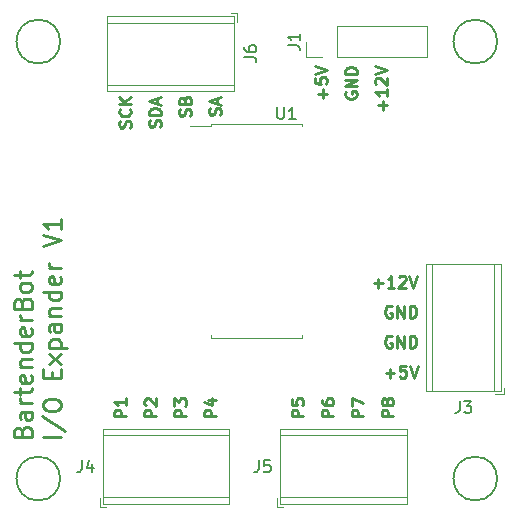
<source format=gbr>
%TF.GenerationSoftware,KiCad,Pcbnew,(5.1.8-0-10_14)*%
%TF.CreationDate,2020-12-02T22:30:47-05:00*%
%TF.ProjectId,Bartender Bot PCB,42617274-656e-4646-9572-20426f742050,rev?*%
%TF.SameCoordinates,Original*%
%TF.FileFunction,Legend,Top*%
%TF.FilePolarity,Positive*%
%FSLAX46Y46*%
G04 Gerber Fmt 4.6, Leading zero omitted, Abs format (unit mm)*
G04 Created by KiCad (PCBNEW (5.1.8-0-10_14)) date 2020-12-02 22:30:47*
%MOMM*%
%LPD*%
G01*
G04 APERTURE LIST*
%ADD10C,0.250000*%
%ADD11C,0.120000*%
%ADD12C,0.203200*%
%ADD13C,0.150000*%
%ADD14C,0.127000*%
G04 APERTURE END LIST*
D10*
X110784761Y-50285714D02*
X110832380Y-50142857D01*
X110832380Y-49904761D01*
X110784761Y-49809523D01*
X110737142Y-49761904D01*
X110641904Y-49714285D01*
X110546666Y-49714285D01*
X110451428Y-49761904D01*
X110403809Y-49809523D01*
X110356190Y-49904761D01*
X110308571Y-50095238D01*
X110260952Y-50190476D01*
X110213333Y-50238095D01*
X110118095Y-50285714D01*
X110022857Y-50285714D01*
X109927619Y-50238095D01*
X109880000Y-50190476D01*
X109832380Y-50095238D01*
X109832380Y-49857142D01*
X109880000Y-49714285D01*
X110737142Y-48714285D02*
X110784761Y-48761904D01*
X110832380Y-48904761D01*
X110832380Y-49000000D01*
X110784761Y-49142857D01*
X110689523Y-49238095D01*
X110594285Y-49285714D01*
X110403809Y-49333333D01*
X110260952Y-49333333D01*
X110070476Y-49285714D01*
X109975238Y-49238095D01*
X109880000Y-49142857D01*
X109832380Y-49000000D01*
X109832380Y-48904761D01*
X109880000Y-48761904D01*
X109927619Y-48714285D01*
X110832380Y-48285714D02*
X109832380Y-48285714D01*
X110832380Y-47714285D02*
X110260952Y-48142857D01*
X109832380Y-47714285D02*
X110403809Y-48285714D01*
X113324761Y-50214285D02*
X113372380Y-50071428D01*
X113372380Y-49833333D01*
X113324761Y-49738095D01*
X113277142Y-49690476D01*
X113181904Y-49642857D01*
X113086666Y-49642857D01*
X112991428Y-49690476D01*
X112943809Y-49738095D01*
X112896190Y-49833333D01*
X112848571Y-50023809D01*
X112800952Y-50119047D01*
X112753333Y-50166666D01*
X112658095Y-50214285D01*
X112562857Y-50214285D01*
X112467619Y-50166666D01*
X112420000Y-50119047D01*
X112372380Y-50023809D01*
X112372380Y-49785714D01*
X112420000Y-49642857D01*
X113372380Y-49214285D02*
X112372380Y-49214285D01*
X112372380Y-48976190D01*
X112420000Y-48833333D01*
X112515238Y-48738095D01*
X112610476Y-48690476D01*
X112800952Y-48642857D01*
X112943809Y-48642857D01*
X113134285Y-48690476D01*
X113229523Y-48738095D01*
X113324761Y-48833333D01*
X113372380Y-48976190D01*
X113372380Y-49214285D01*
X113086666Y-48261904D02*
X113086666Y-47785714D01*
X113372380Y-48357142D02*
X112372380Y-48023809D01*
X113372380Y-47690476D01*
X115864761Y-49285714D02*
X115912380Y-49142857D01*
X115912380Y-48904761D01*
X115864761Y-48809523D01*
X115817142Y-48761904D01*
X115721904Y-48714285D01*
X115626666Y-48714285D01*
X115531428Y-48761904D01*
X115483809Y-48809523D01*
X115436190Y-48904761D01*
X115388571Y-49095238D01*
X115340952Y-49190476D01*
X115293333Y-49238095D01*
X115198095Y-49285714D01*
X115102857Y-49285714D01*
X115007619Y-49238095D01*
X114960000Y-49190476D01*
X114912380Y-49095238D01*
X114912380Y-48857142D01*
X114960000Y-48714285D01*
X115388571Y-47952380D02*
X115436190Y-47809523D01*
X115483809Y-47761904D01*
X115579047Y-47714285D01*
X115721904Y-47714285D01*
X115817142Y-47761904D01*
X115864761Y-47809523D01*
X115912380Y-47904761D01*
X115912380Y-48285714D01*
X114912380Y-48285714D01*
X114912380Y-47952380D01*
X114960000Y-47857142D01*
X115007619Y-47809523D01*
X115102857Y-47761904D01*
X115198095Y-47761904D01*
X115293333Y-47809523D01*
X115340952Y-47857142D01*
X115388571Y-47952380D01*
X115388571Y-48285714D01*
X118404761Y-49214285D02*
X118452380Y-49071428D01*
X118452380Y-48833333D01*
X118404761Y-48738095D01*
X118357142Y-48690476D01*
X118261904Y-48642857D01*
X118166666Y-48642857D01*
X118071428Y-48690476D01*
X118023809Y-48738095D01*
X117976190Y-48833333D01*
X117928571Y-49023809D01*
X117880952Y-49119047D01*
X117833333Y-49166666D01*
X117738095Y-49214285D01*
X117642857Y-49214285D01*
X117547619Y-49166666D01*
X117500000Y-49119047D01*
X117452380Y-49023809D01*
X117452380Y-48785714D01*
X117500000Y-48642857D01*
X118166666Y-48261904D02*
X118166666Y-47785714D01*
X118452380Y-48357142D02*
X117452380Y-48023809D01*
X118452380Y-47690476D01*
X101642857Y-75980357D02*
X101714285Y-75766071D01*
X101785714Y-75694642D01*
X101928571Y-75623214D01*
X102142857Y-75623214D01*
X102285714Y-75694642D01*
X102357142Y-75766071D01*
X102428571Y-75908928D01*
X102428571Y-76480357D01*
X100928571Y-76480357D01*
X100928571Y-75980357D01*
X101000000Y-75837500D01*
X101071428Y-75766071D01*
X101214285Y-75694642D01*
X101357142Y-75694642D01*
X101500000Y-75766071D01*
X101571428Y-75837500D01*
X101642857Y-75980357D01*
X101642857Y-76480357D01*
X102428571Y-74337500D02*
X101642857Y-74337500D01*
X101500000Y-74408928D01*
X101428571Y-74551785D01*
X101428571Y-74837500D01*
X101500000Y-74980357D01*
X102357142Y-74337500D02*
X102428571Y-74480357D01*
X102428571Y-74837500D01*
X102357142Y-74980357D01*
X102214285Y-75051785D01*
X102071428Y-75051785D01*
X101928571Y-74980357D01*
X101857142Y-74837500D01*
X101857142Y-74480357D01*
X101785714Y-74337500D01*
X102428571Y-73623214D02*
X101428571Y-73623214D01*
X101714285Y-73623214D02*
X101571428Y-73551785D01*
X101500000Y-73480357D01*
X101428571Y-73337500D01*
X101428571Y-73194642D01*
X101428571Y-72908928D02*
X101428571Y-72337500D01*
X100928571Y-72694642D02*
X102214285Y-72694642D01*
X102357142Y-72623214D01*
X102428571Y-72480357D01*
X102428571Y-72337500D01*
X102357142Y-71266071D02*
X102428571Y-71408928D01*
X102428571Y-71694642D01*
X102357142Y-71837500D01*
X102214285Y-71908928D01*
X101642857Y-71908928D01*
X101500000Y-71837500D01*
X101428571Y-71694642D01*
X101428571Y-71408928D01*
X101500000Y-71266071D01*
X101642857Y-71194642D01*
X101785714Y-71194642D01*
X101928571Y-71908928D01*
X101428571Y-70551785D02*
X102428571Y-70551785D01*
X101571428Y-70551785D02*
X101500000Y-70480357D01*
X101428571Y-70337500D01*
X101428571Y-70123214D01*
X101500000Y-69980357D01*
X101642857Y-69908928D01*
X102428571Y-69908928D01*
X102428571Y-68551785D02*
X100928571Y-68551785D01*
X102357142Y-68551785D02*
X102428571Y-68694642D01*
X102428571Y-68980357D01*
X102357142Y-69123214D01*
X102285714Y-69194642D01*
X102142857Y-69266071D01*
X101714285Y-69266071D01*
X101571428Y-69194642D01*
X101500000Y-69123214D01*
X101428571Y-68980357D01*
X101428571Y-68694642D01*
X101500000Y-68551785D01*
X102357142Y-67266071D02*
X102428571Y-67408928D01*
X102428571Y-67694642D01*
X102357142Y-67837500D01*
X102214285Y-67908928D01*
X101642857Y-67908928D01*
X101500000Y-67837500D01*
X101428571Y-67694642D01*
X101428571Y-67408928D01*
X101500000Y-67266071D01*
X101642857Y-67194642D01*
X101785714Y-67194642D01*
X101928571Y-67908928D01*
X102428571Y-66551785D02*
X101428571Y-66551785D01*
X101714285Y-66551785D02*
X101571428Y-66480357D01*
X101500000Y-66408928D01*
X101428571Y-66266071D01*
X101428571Y-66123214D01*
X101642857Y-65123214D02*
X101714285Y-64908928D01*
X101785714Y-64837500D01*
X101928571Y-64766071D01*
X102142857Y-64766071D01*
X102285714Y-64837500D01*
X102357142Y-64908928D01*
X102428571Y-65051785D01*
X102428571Y-65623214D01*
X100928571Y-65623214D01*
X100928571Y-65123214D01*
X101000000Y-64980357D01*
X101071428Y-64908928D01*
X101214285Y-64837500D01*
X101357142Y-64837500D01*
X101500000Y-64908928D01*
X101571428Y-64980357D01*
X101642857Y-65123214D01*
X101642857Y-65623214D01*
X102428571Y-63908928D02*
X102357142Y-64051785D01*
X102285714Y-64123214D01*
X102142857Y-64194642D01*
X101714285Y-64194642D01*
X101571428Y-64123214D01*
X101500000Y-64051785D01*
X101428571Y-63908928D01*
X101428571Y-63694642D01*
X101500000Y-63551785D01*
X101571428Y-63480357D01*
X101714285Y-63408928D01*
X102142857Y-63408928D01*
X102285714Y-63480357D01*
X102357142Y-63551785D01*
X102428571Y-63694642D01*
X102428571Y-63908928D01*
X101428571Y-62980357D02*
X101428571Y-62408928D01*
X100928571Y-62766071D02*
X102214285Y-62766071D01*
X102357142Y-62694642D01*
X102428571Y-62551785D01*
X102428571Y-62408928D01*
X104928571Y-76480357D02*
X103428571Y-76480357D01*
X103357142Y-74694642D02*
X105285714Y-75980357D01*
X103428571Y-73908928D02*
X103428571Y-73623214D01*
X103500000Y-73480357D01*
X103642857Y-73337500D01*
X103928571Y-73266071D01*
X104428571Y-73266071D01*
X104714285Y-73337500D01*
X104857142Y-73480357D01*
X104928571Y-73623214D01*
X104928571Y-73908928D01*
X104857142Y-74051785D01*
X104714285Y-74194642D01*
X104428571Y-74266071D01*
X103928571Y-74266071D01*
X103642857Y-74194642D01*
X103500000Y-74051785D01*
X103428571Y-73908928D01*
X104142857Y-71480357D02*
X104142857Y-70980357D01*
X104928571Y-70766071D02*
X104928571Y-71480357D01*
X103428571Y-71480357D01*
X103428571Y-70766071D01*
X104928571Y-70266071D02*
X103928571Y-69480357D01*
X103928571Y-70266071D02*
X104928571Y-69480357D01*
X103928571Y-68908928D02*
X105428571Y-68908928D01*
X104000000Y-68908928D02*
X103928571Y-68766071D01*
X103928571Y-68480357D01*
X104000000Y-68337500D01*
X104071428Y-68266071D01*
X104214285Y-68194642D01*
X104642857Y-68194642D01*
X104785714Y-68266071D01*
X104857142Y-68337500D01*
X104928571Y-68480357D01*
X104928571Y-68766071D01*
X104857142Y-68908928D01*
X104928571Y-66908928D02*
X104142857Y-66908928D01*
X104000000Y-66980357D01*
X103928571Y-67123214D01*
X103928571Y-67408928D01*
X104000000Y-67551785D01*
X104857142Y-66908928D02*
X104928571Y-67051785D01*
X104928571Y-67408928D01*
X104857142Y-67551785D01*
X104714285Y-67623214D01*
X104571428Y-67623214D01*
X104428571Y-67551785D01*
X104357142Y-67408928D01*
X104357142Y-67051785D01*
X104285714Y-66908928D01*
X103928571Y-66194642D02*
X104928571Y-66194642D01*
X104071428Y-66194642D02*
X104000000Y-66123214D01*
X103928571Y-65980357D01*
X103928571Y-65766071D01*
X104000000Y-65623214D01*
X104142857Y-65551785D01*
X104928571Y-65551785D01*
X104928571Y-64194642D02*
X103428571Y-64194642D01*
X104857142Y-64194642D02*
X104928571Y-64337500D01*
X104928571Y-64623214D01*
X104857142Y-64766071D01*
X104785714Y-64837500D01*
X104642857Y-64908928D01*
X104214285Y-64908928D01*
X104071428Y-64837500D01*
X104000000Y-64766071D01*
X103928571Y-64623214D01*
X103928571Y-64337500D01*
X104000000Y-64194642D01*
X104857142Y-62908928D02*
X104928571Y-63051785D01*
X104928571Y-63337500D01*
X104857142Y-63480357D01*
X104714285Y-63551785D01*
X104142857Y-63551785D01*
X104000000Y-63480357D01*
X103928571Y-63337500D01*
X103928571Y-63051785D01*
X104000000Y-62908928D01*
X104142857Y-62837500D01*
X104285714Y-62837500D01*
X104428571Y-63551785D01*
X104928571Y-62194642D02*
X103928571Y-62194642D01*
X104214285Y-62194642D02*
X104071428Y-62123214D01*
X104000000Y-62051785D01*
X103928571Y-61908928D01*
X103928571Y-61766071D01*
X103428571Y-60337500D02*
X104928571Y-59837500D01*
X103428571Y-59337500D01*
X104928571Y-58051785D02*
X104928571Y-58908928D01*
X104928571Y-58480357D02*
X103428571Y-58480357D01*
X103642857Y-58623214D01*
X103785714Y-58766071D01*
X103857142Y-58908928D01*
X133072380Y-74738095D02*
X132072380Y-74738095D01*
X132072380Y-74357142D01*
X132120000Y-74261904D01*
X132167619Y-74214285D01*
X132262857Y-74166666D01*
X132405714Y-74166666D01*
X132500952Y-74214285D01*
X132548571Y-74261904D01*
X132596190Y-74357142D01*
X132596190Y-74738095D01*
X132500952Y-73595238D02*
X132453333Y-73690476D01*
X132405714Y-73738095D01*
X132310476Y-73785714D01*
X132262857Y-73785714D01*
X132167619Y-73738095D01*
X132120000Y-73690476D01*
X132072380Y-73595238D01*
X132072380Y-73404761D01*
X132120000Y-73309523D01*
X132167619Y-73261904D01*
X132262857Y-73214285D01*
X132310476Y-73214285D01*
X132405714Y-73261904D01*
X132453333Y-73309523D01*
X132500952Y-73404761D01*
X132500952Y-73595238D01*
X132548571Y-73690476D01*
X132596190Y-73738095D01*
X132691428Y-73785714D01*
X132881904Y-73785714D01*
X132977142Y-73738095D01*
X133024761Y-73690476D01*
X133072380Y-73595238D01*
X133072380Y-73404761D01*
X133024761Y-73309523D01*
X132977142Y-73261904D01*
X132881904Y-73214285D01*
X132691428Y-73214285D01*
X132596190Y-73261904D01*
X132548571Y-73309523D01*
X132500952Y-73404761D01*
X130532380Y-74738095D02*
X129532380Y-74738095D01*
X129532380Y-74357142D01*
X129580000Y-74261904D01*
X129627619Y-74214285D01*
X129722857Y-74166666D01*
X129865714Y-74166666D01*
X129960952Y-74214285D01*
X130008571Y-74261904D01*
X130056190Y-74357142D01*
X130056190Y-74738095D01*
X129532380Y-73833333D02*
X129532380Y-73166666D01*
X130532380Y-73595238D01*
X127992380Y-74738095D02*
X126992380Y-74738095D01*
X126992380Y-74357142D01*
X127040000Y-74261904D01*
X127087619Y-74214285D01*
X127182857Y-74166666D01*
X127325714Y-74166666D01*
X127420952Y-74214285D01*
X127468571Y-74261904D01*
X127516190Y-74357142D01*
X127516190Y-74738095D01*
X126992380Y-73309523D02*
X126992380Y-73500000D01*
X127040000Y-73595238D01*
X127087619Y-73642857D01*
X127230476Y-73738095D01*
X127420952Y-73785714D01*
X127801904Y-73785714D01*
X127897142Y-73738095D01*
X127944761Y-73690476D01*
X127992380Y-73595238D01*
X127992380Y-73404761D01*
X127944761Y-73309523D01*
X127897142Y-73261904D01*
X127801904Y-73214285D01*
X127563809Y-73214285D01*
X127468571Y-73261904D01*
X127420952Y-73309523D01*
X127373333Y-73404761D01*
X127373333Y-73595238D01*
X127420952Y-73690476D01*
X127468571Y-73738095D01*
X127563809Y-73785714D01*
X125452380Y-74738095D02*
X124452380Y-74738095D01*
X124452380Y-74357142D01*
X124500000Y-74261904D01*
X124547619Y-74214285D01*
X124642857Y-74166666D01*
X124785714Y-74166666D01*
X124880952Y-74214285D01*
X124928571Y-74261904D01*
X124976190Y-74357142D01*
X124976190Y-74738095D01*
X124452380Y-73261904D02*
X124452380Y-73738095D01*
X124928571Y-73785714D01*
X124880952Y-73738095D01*
X124833333Y-73642857D01*
X124833333Y-73404761D01*
X124880952Y-73309523D01*
X124928571Y-73261904D01*
X125023809Y-73214285D01*
X125261904Y-73214285D01*
X125357142Y-73261904D01*
X125404761Y-73309523D01*
X125452380Y-73404761D01*
X125452380Y-73642857D01*
X125404761Y-73738095D01*
X125357142Y-73785714D01*
X118072380Y-74738095D02*
X117072380Y-74738095D01*
X117072380Y-74357142D01*
X117120000Y-74261904D01*
X117167619Y-74214285D01*
X117262857Y-74166666D01*
X117405714Y-74166666D01*
X117500952Y-74214285D01*
X117548571Y-74261904D01*
X117596190Y-74357142D01*
X117596190Y-74738095D01*
X117405714Y-73309523D02*
X118072380Y-73309523D01*
X117024761Y-73547619D02*
X117739047Y-73785714D01*
X117739047Y-73166666D01*
X115532380Y-74738095D02*
X114532380Y-74738095D01*
X114532380Y-74357142D01*
X114580000Y-74261904D01*
X114627619Y-74214285D01*
X114722857Y-74166666D01*
X114865714Y-74166666D01*
X114960952Y-74214285D01*
X115008571Y-74261904D01*
X115056190Y-74357142D01*
X115056190Y-74738095D01*
X114532380Y-73833333D02*
X114532380Y-73214285D01*
X114913333Y-73547619D01*
X114913333Y-73404761D01*
X114960952Y-73309523D01*
X115008571Y-73261904D01*
X115103809Y-73214285D01*
X115341904Y-73214285D01*
X115437142Y-73261904D01*
X115484761Y-73309523D01*
X115532380Y-73404761D01*
X115532380Y-73690476D01*
X115484761Y-73785714D01*
X115437142Y-73833333D01*
X112992380Y-74738095D02*
X111992380Y-74738095D01*
X111992380Y-74357142D01*
X112040000Y-74261904D01*
X112087619Y-74214285D01*
X112182857Y-74166666D01*
X112325714Y-74166666D01*
X112420952Y-74214285D01*
X112468571Y-74261904D01*
X112516190Y-74357142D01*
X112516190Y-74738095D01*
X112087619Y-73785714D02*
X112040000Y-73738095D01*
X111992380Y-73642857D01*
X111992380Y-73404761D01*
X112040000Y-73309523D01*
X112087619Y-73261904D01*
X112182857Y-73214285D01*
X112278095Y-73214285D01*
X112420952Y-73261904D01*
X112992380Y-73833333D01*
X112992380Y-73214285D01*
X110452380Y-74738095D02*
X109452380Y-74738095D01*
X109452380Y-74357142D01*
X109500000Y-74261904D01*
X109547619Y-74214285D01*
X109642857Y-74166666D01*
X109785714Y-74166666D01*
X109880952Y-74214285D01*
X109928571Y-74261904D01*
X109976190Y-74357142D01*
X109976190Y-74738095D01*
X110452380Y-73214285D02*
X110452380Y-73785714D01*
X110452380Y-73500000D02*
X109452380Y-73500000D01*
X109595238Y-73595238D01*
X109690476Y-73690476D01*
X109738095Y-73785714D01*
X131400595Y-63451428D02*
X132162500Y-63451428D01*
X131781547Y-63832380D02*
X131781547Y-63070476D01*
X133162500Y-63832380D02*
X132591071Y-63832380D01*
X132876785Y-63832380D02*
X132876785Y-62832380D01*
X132781547Y-62975238D01*
X132686309Y-63070476D01*
X132591071Y-63118095D01*
X133543452Y-62927619D02*
X133591071Y-62880000D01*
X133686309Y-62832380D01*
X133924404Y-62832380D01*
X134019642Y-62880000D01*
X134067261Y-62927619D01*
X134114880Y-63022857D01*
X134114880Y-63118095D01*
X134067261Y-63260952D01*
X133495833Y-63832380D01*
X134114880Y-63832380D01*
X134400595Y-62832380D02*
X134733928Y-63832380D01*
X135067261Y-62832380D01*
X132400595Y-71071428D02*
X133162500Y-71071428D01*
X132781547Y-71452380D02*
X132781547Y-70690476D01*
X134114880Y-70452380D02*
X133638690Y-70452380D01*
X133591071Y-70928571D01*
X133638690Y-70880952D01*
X133733928Y-70833333D01*
X133972023Y-70833333D01*
X134067261Y-70880952D01*
X134114880Y-70928571D01*
X134162500Y-71023809D01*
X134162500Y-71261904D01*
X134114880Y-71357142D01*
X134067261Y-71404761D01*
X133972023Y-71452380D01*
X133733928Y-71452380D01*
X133638690Y-71404761D01*
X133591071Y-71357142D01*
X134448214Y-70452380D02*
X134781547Y-71452380D01*
X135114880Y-70452380D01*
X132151428Y-48761904D02*
X132151428Y-48000000D01*
X132532380Y-48380952D02*
X131770476Y-48380952D01*
X132532380Y-47000000D02*
X132532380Y-47571428D01*
X132532380Y-47285714D02*
X131532380Y-47285714D01*
X131675238Y-47380952D01*
X131770476Y-47476190D01*
X131818095Y-47571428D01*
X131627619Y-46619047D02*
X131580000Y-46571428D01*
X131532380Y-46476190D01*
X131532380Y-46238095D01*
X131580000Y-46142857D01*
X131627619Y-46095238D01*
X131722857Y-46047619D01*
X131818095Y-46047619D01*
X131960952Y-46095238D01*
X132532380Y-46666666D01*
X132532380Y-46047619D01*
X131532380Y-45761904D02*
X132532380Y-45428571D01*
X131532380Y-45095238D01*
X127071428Y-47785714D02*
X127071428Y-47023809D01*
X127452380Y-47404761D02*
X126690476Y-47404761D01*
X126452380Y-46071428D02*
X126452380Y-46547619D01*
X126928571Y-46595238D01*
X126880952Y-46547619D01*
X126833333Y-46452380D01*
X126833333Y-46214285D01*
X126880952Y-46119047D01*
X126928571Y-46071428D01*
X127023809Y-46023809D01*
X127261904Y-46023809D01*
X127357142Y-46071428D01*
X127404761Y-46119047D01*
X127452380Y-46214285D01*
X127452380Y-46452380D01*
X127404761Y-46547619D01*
X127357142Y-46595238D01*
X126452380Y-45738095D02*
X127452380Y-45404761D01*
X126452380Y-45071428D01*
X132924404Y-65420000D02*
X132829166Y-65372380D01*
X132686309Y-65372380D01*
X132543452Y-65420000D01*
X132448214Y-65515238D01*
X132400595Y-65610476D01*
X132352976Y-65800952D01*
X132352976Y-65943809D01*
X132400595Y-66134285D01*
X132448214Y-66229523D01*
X132543452Y-66324761D01*
X132686309Y-66372380D01*
X132781547Y-66372380D01*
X132924404Y-66324761D01*
X132972023Y-66277142D01*
X132972023Y-65943809D01*
X132781547Y-65943809D01*
X133400595Y-66372380D02*
X133400595Y-65372380D01*
X133972023Y-66372380D01*
X133972023Y-65372380D01*
X134448214Y-66372380D02*
X134448214Y-65372380D01*
X134686309Y-65372380D01*
X134829166Y-65420000D01*
X134924404Y-65515238D01*
X134972023Y-65610476D01*
X135019642Y-65800952D01*
X135019642Y-65943809D01*
X134972023Y-66134285D01*
X134924404Y-66229523D01*
X134829166Y-66324761D01*
X134686309Y-66372380D01*
X134448214Y-66372380D01*
X132924404Y-67960000D02*
X132829166Y-67912380D01*
X132686309Y-67912380D01*
X132543452Y-67960000D01*
X132448214Y-68055238D01*
X132400595Y-68150476D01*
X132352976Y-68340952D01*
X132352976Y-68483809D01*
X132400595Y-68674285D01*
X132448214Y-68769523D01*
X132543452Y-68864761D01*
X132686309Y-68912380D01*
X132781547Y-68912380D01*
X132924404Y-68864761D01*
X132972023Y-68817142D01*
X132972023Y-68483809D01*
X132781547Y-68483809D01*
X133400595Y-68912380D02*
X133400595Y-67912380D01*
X133972023Y-68912380D01*
X133972023Y-67912380D01*
X134448214Y-68912380D02*
X134448214Y-67912380D01*
X134686309Y-67912380D01*
X134829166Y-67960000D01*
X134924404Y-68055238D01*
X134972023Y-68150476D01*
X135019642Y-68340952D01*
X135019642Y-68483809D01*
X134972023Y-68674285D01*
X134924404Y-68769523D01*
X134829166Y-68864761D01*
X134686309Y-68912380D01*
X134448214Y-68912380D01*
X129040000Y-47261904D02*
X128992380Y-47357142D01*
X128992380Y-47500000D01*
X129040000Y-47642857D01*
X129135238Y-47738095D01*
X129230476Y-47785714D01*
X129420952Y-47833333D01*
X129563809Y-47833333D01*
X129754285Y-47785714D01*
X129849523Y-47738095D01*
X129944761Y-47642857D01*
X129992380Y-47500000D01*
X129992380Y-47404761D01*
X129944761Y-47261904D01*
X129897142Y-47214285D01*
X129563809Y-47214285D01*
X129563809Y-47404761D01*
X129992380Y-46785714D02*
X128992380Y-46785714D01*
X129992380Y-46214285D01*
X128992380Y-46214285D01*
X129992380Y-45738095D02*
X128992380Y-45738095D01*
X128992380Y-45500000D01*
X129040000Y-45357142D01*
X129135238Y-45261904D01*
X129230476Y-45214285D01*
X129420952Y-45166666D01*
X129563809Y-45166666D01*
X129754285Y-45214285D01*
X129849523Y-45261904D01*
X129944761Y-45357142D01*
X129992380Y-45500000D01*
X129992380Y-45738095D01*
D11*
%TO.C,U1*%
X117640000Y-50185000D02*
X115825000Y-50185000D01*
X117640000Y-49940000D02*
X117640000Y-50185000D01*
X121500000Y-49940000D02*
X117640000Y-49940000D01*
X125360000Y-49940000D02*
X125360000Y-50185000D01*
X121500000Y-49940000D02*
X125360000Y-49940000D01*
X117640000Y-68060000D02*
X117640000Y-67815000D01*
X121500000Y-68060000D02*
X117640000Y-68060000D01*
X125360000Y-68060000D02*
X125360000Y-67815000D01*
X121500000Y-68060000D02*
X125360000Y-68060000D01*
%TO.C,J6*%
X119800000Y-40600000D02*
X119300000Y-40600000D01*
X119800000Y-41340000D02*
X119800000Y-40600000D01*
X108820000Y-47160000D02*
X108820000Y-40840000D01*
X119560000Y-47160000D02*
X119560000Y-40840000D01*
X119560000Y-40840000D02*
X108820000Y-40840000D01*
X119560000Y-47160000D02*
X108820000Y-47160000D01*
X119560000Y-46700000D02*
X108820000Y-46700000D01*
X119560000Y-41400000D02*
X108820000Y-41400000D01*
%TO.C,J5*%
X123200000Y-82400000D02*
X123700000Y-82400000D01*
X123200000Y-81660000D02*
X123200000Y-82400000D01*
X134180000Y-75840000D02*
X134180000Y-82160000D01*
X123440000Y-75840000D02*
X123440000Y-82160000D01*
X123440000Y-82160000D02*
X134180000Y-82160000D01*
X123440000Y-75840000D02*
X134180000Y-75840000D01*
X123440000Y-76300000D02*
X134180000Y-76300000D01*
X123440000Y-81600000D02*
X134180000Y-81600000D01*
%TO.C,J4*%
X108200000Y-82400000D02*
X108700000Y-82400000D01*
X108200000Y-81660000D02*
X108200000Y-82400000D01*
X119180000Y-75840000D02*
X119180000Y-82160000D01*
X108440000Y-75840000D02*
X108440000Y-82160000D01*
X108440000Y-82160000D02*
X119180000Y-82160000D01*
X108440000Y-75840000D02*
X119180000Y-75840000D01*
X108440000Y-76300000D02*
X119180000Y-76300000D01*
X108440000Y-81600000D02*
X119180000Y-81600000D01*
%TO.C,J3*%
X142400000Y-72800000D02*
X142400000Y-72300000D01*
X141660000Y-72800000D02*
X142400000Y-72800000D01*
X135840000Y-61820000D02*
X142160000Y-61820000D01*
X135840000Y-72560000D02*
X142160000Y-72560000D01*
X142160000Y-72560000D02*
X142160000Y-61820000D01*
X135840000Y-72560000D02*
X135840000Y-61820000D01*
X136300000Y-72560000D02*
X136300000Y-61820000D01*
X141600000Y-72560000D02*
X141600000Y-61820000D01*
D12*
%TO.C,*%
X140000000Y-78145800D02*
G75*
G03*
X140000000Y-81854200I0J-1854200D01*
G01*
X140000000Y-81854200D02*
G75*
G03*
X140000000Y-78145800I0J1854200D01*
G01*
X140000000Y-78145800D02*
G75*
G03*
X140000000Y-81854200I0J-1854200D01*
G01*
X140000000Y-81854200D02*
G75*
G03*
X140000000Y-78145800I0J1854200D01*
G01*
X103000000Y-78145800D02*
G75*
G03*
X103000000Y-81854200I0J-1854200D01*
G01*
X103000000Y-81854200D02*
G75*
G03*
X103000000Y-78145800I0J1854200D01*
G01*
X103000000Y-78145800D02*
G75*
G03*
X103000000Y-81854200I0J-1854200D01*
G01*
X103000000Y-81854200D02*
G75*
G03*
X103000000Y-78145800I0J1854200D01*
G01*
X140000000Y-41145800D02*
G75*
G03*
X140000000Y-44854200I0J-1854200D01*
G01*
X140000000Y-44854200D02*
G75*
G03*
X140000000Y-41145800I0J1854200D01*
G01*
X140000000Y-41145800D02*
G75*
G03*
X140000000Y-44854200I0J-1854200D01*
G01*
X140000000Y-44854200D02*
G75*
G03*
X140000000Y-41145800I0J1854200D01*
G01*
X103000000Y-41145800D02*
G75*
G03*
X103000000Y-44854200I0J-1854200D01*
G01*
X103000000Y-44854200D02*
G75*
G03*
X103000000Y-41145800I0J1854200D01*
G01*
X103000000Y-41145800D02*
G75*
G03*
X103000000Y-44854200I0J-1854200D01*
G01*
X103000000Y-44854200D02*
G75*
G03*
X103000000Y-41145800I0J1854200D01*
G01*
D11*
%TO.C,J1*%
X125670000Y-44330000D02*
X125670000Y-43000000D01*
X127000000Y-44330000D02*
X125670000Y-44330000D01*
X128270000Y-44330000D02*
X128270000Y-41670000D01*
X128270000Y-41670000D02*
X135950000Y-41670000D01*
X128270000Y-44330000D02*
X135950000Y-44330000D01*
X135950000Y-44330000D02*
X135950000Y-41670000D01*
%TO.C,U1*%
D13*
X123238095Y-48552380D02*
X123238095Y-49361904D01*
X123285714Y-49457142D01*
X123333333Y-49504761D01*
X123428571Y-49552380D01*
X123619047Y-49552380D01*
X123714285Y-49504761D01*
X123761904Y-49457142D01*
X123809523Y-49361904D01*
X123809523Y-48552380D01*
X124809523Y-49552380D02*
X124238095Y-49552380D01*
X124523809Y-49552380D02*
X124523809Y-48552380D01*
X124428571Y-48695238D01*
X124333333Y-48790476D01*
X124238095Y-48838095D01*
%TO.C,J6*%
X120452380Y-44333333D02*
X121166666Y-44333333D01*
X121309523Y-44380952D01*
X121404761Y-44476190D01*
X121452380Y-44619047D01*
X121452380Y-44714285D01*
X120452380Y-43428571D02*
X120452380Y-43619047D01*
X120500000Y-43714285D01*
X120547619Y-43761904D01*
X120690476Y-43857142D01*
X120880952Y-43904761D01*
X121261904Y-43904761D01*
X121357142Y-43857142D01*
X121404761Y-43809523D01*
X121452380Y-43714285D01*
X121452380Y-43523809D01*
X121404761Y-43428571D01*
X121357142Y-43380952D01*
X121261904Y-43333333D01*
X121023809Y-43333333D01*
X120928571Y-43380952D01*
X120880952Y-43428571D01*
X120833333Y-43523809D01*
X120833333Y-43714285D01*
X120880952Y-43809523D01*
X120928571Y-43857142D01*
X121023809Y-43904761D01*
%TO.C,J5*%
X121666666Y-78452380D02*
X121666666Y-79166666D01*
X121619047Y-79309523D01*
X121523809Y-79404761D01*
X121380952Y-79452380D01*
X121285714Y-79452380D01*
X122619047Y-78452380D02*
X122142857Y-78452380D01*
X122095238Y-78928571D01*
X122142857Y-78880952D01*
X122238095Y-78833333D01*
X122476190Y-78833333D01*
X122571428Y-78880952D01*
X122619047Y-78928571D01*
X122666666Y-79023809D01*
X122666666Y-79261904D01*
X122619047Y-79357142D01*
X122571428Y-79404761D01*
X122476190Y-79452380D01*
X122238095Y-79452380D01*
X122142857Y-79404761D01*
X122095238Y-79357142D01*
%TO.C,J4*%
X106666666Y-78452380D02*
X106666666Y-79166666D01*
X106619047Y-79309523D01*
X106523809Y-79404761D01*
X106380952Y-79452380D01*
X106285714Y-79452380D01*
X107571428Y-78785714D02*
X107571428Y-79452380D01*
X107333333Y-78404761D02*
X107095238Y-79119047D01*
X107714285Y-79119047D01*
%TO.C,J3*%
X138666666Y-73452380D02*
X138666666Y-74166666D01*
X138619047Y-74309523D01*
X138523809Y-74404761D01*
X138380952Y-74452380D01*
X138285714Y-74452380D01*
X139047619Y-73452380D02*
X139666666Y-73452380D01*
X139333333Y-73833333D01*
X139476190Y-73833333D01*
X139571428Y-73880952D01*
X139619047Y-73928571D01*
X139666666Y-74023809D01*
X139666666Y-74261904D01*
X139619047Y-74357142D01*
X139571428Y-74404761D01*
X139476190Y-74452380D01*
X139190476Y-74452380D01*
X139095238Y-74404761D01*
X139047619Y-74357142D01*
%TO.C,*%
D14*
%TO.C,J1*%
D13*
X124122380Y-43333333D02*
X124836666Y-43333333D01*
X124979523Y-43380952D01*
X125074761Y-43476190D01*
X125122380Y-43619047D01*
X125122380Y-43714285D01*
X125122380Y-42333333D02*
X125122380Y-42904761D01*
X125122380Y-42619047D02*
X124122380Y-42619047D01*
X124265238Y-42714285D01*
X124360476Y-42809523D01*
X124408095Y-42904761D01*
%TD*%
M02*

</source>
